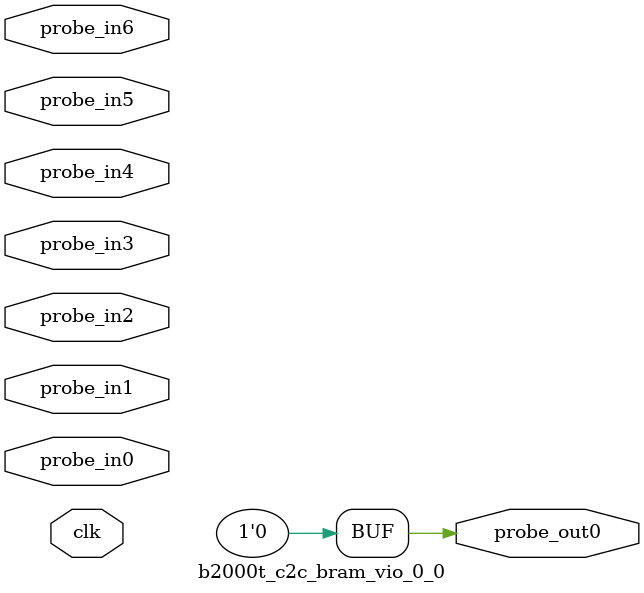
<source format=v>
`timescale 1ns / 1ps
module b2000t_c2c_bram_vio_0_0 (
clk,
probe_in0,probe_in1,probe_in2,probe_in3,probe_in4,probe_in5,probe_in6,
probe_out0
);

input clk;
input [0 : 0] probe_in0;
input [0 : 0] probe_in1;
input [0 : 0] probe_in2;
input [0 : 0] probe_in3;
input [0 : 0] probe_in4;
input [0 : 0] probe_in5;
input [0 : 0] probe_in6;

output reg [0 : 0] probe_out0 = 'h0 ;


endmodule

</source>
